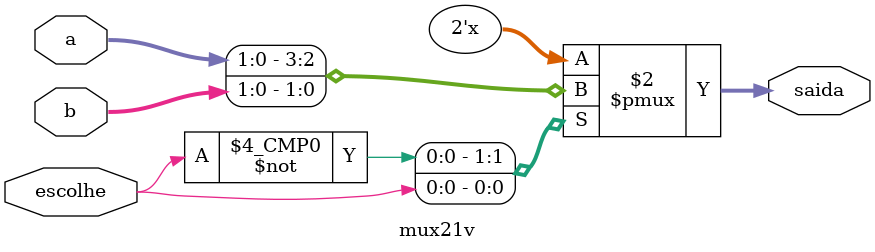
<source format=v>
module mux21v(a, b, escolhe, saida);
	
	input[1:0] a, b;
	input escolhe;
	output reg[1:0] saida;

	always @(*) begin
		case(escolhe) 
			1'b0: begin
				saida = a;
			end
			1'b1: begin
				saida = b;
			end 
		endcase
	end
endmodule
</source>
